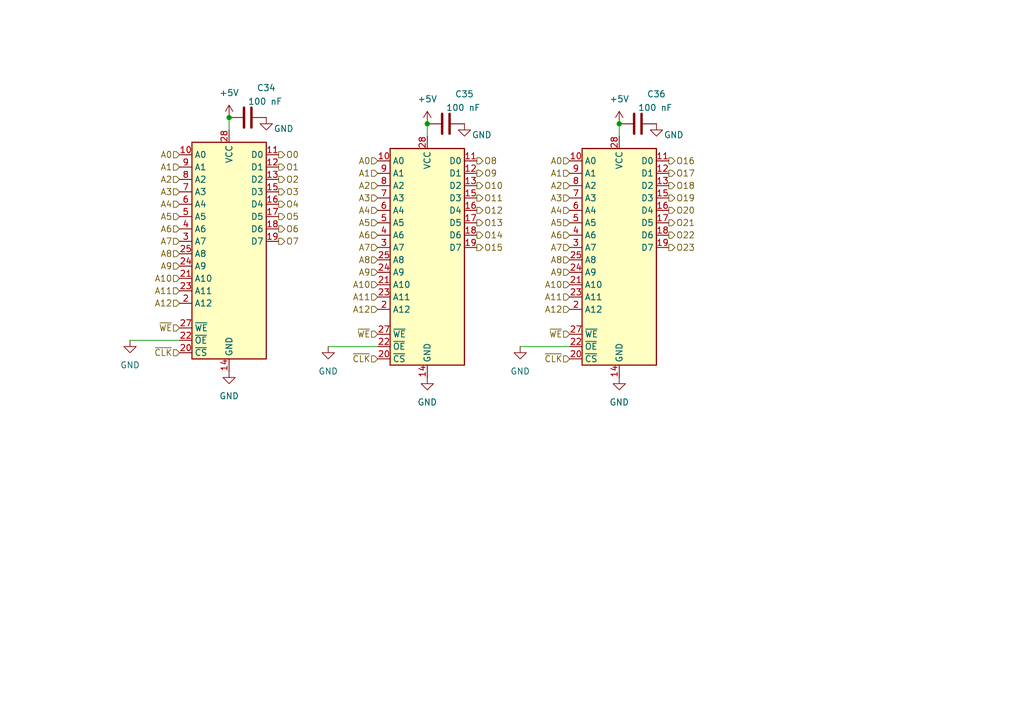
<source format=kicad_sch>
(kicad_sch (version 20250114) (generator "eeschema") (generator_version "9.0")
  (paper "A5")
  (title_block (title "13x24 bit rom") (date "2025-09-16") (rev "1") (company "Sergio Miguéns Iglesias"))
  (lib_symbols
    (symbol "Device:C" (pin_numbers (hide yes)) (pin_names (offset 0.254))
      (property "Reference" "C" (at 0.635 2.54 0))
      (property "Value" "C" (at 0.635 -2.54 0))
      (symbol "C_0_1"
        (polyline (pts (xy -2.032 0.762) (xy 2.032 0.762)) (stroke (width 0.508)))
        (polyline (pts (xy -2.032 -0.762) (xy 2.032 -0.762)) (stroke (width 0.508)))
      )
      (symbol "C_1_1"
        (pin passive line (at 0 3.81 270) (length 2.794) (name "~") (number "1"))
        (pin passive line (at 0 -3.81 90) (length 2.794) (name "~") (number "2"))
      )
    )
    (symbol "custom:28C64"
      (symbol "28C64_1_1"
        (rectangle (start -7.62 21.59) (end 7.62 -22.86) (stroke (width 0.254)) (fill (type background)))
        (pin input line (at -10.16 19.05 0) (length 2.54) (name "A0") (number "10"))
        (pin input line (at -10.16 16.51 0) (length 2.54) (name "A1") (number "9"))
        (pin input line (at -10.16 13.97 0) (length 2.54) (name "A2") (number "8"))
        (pin input line (at -10.16 11.43 0) (length 2.54) (name "A3") (number "7"))
        (pin input line (at -10.16 8.89 0) (length 2.54) (name "A4") (number "6"))
        (pin input line (at -10.16 6.35 0) (length 2.54) (name "A5") (number "5"))
        (pin input line (at -10.16 3.81 0) (length 2.54) (name "A6") (number "4"))
        (pin input line (at -10.16 1.27 0) (length 2.54) (name "A7") (number "3"))
        (pin input line (at -10.16 -1.27 0) (length 2.54) (name "A8") (number "25"))
        (pin input line (at -10.16 -3.81 0) (length 2.54) (name "A9") (number "24"))
        (pin input line (at -10.16 -6.35 0) (length 2.54) (name "A10") (number "21"))
        (pin input line (at -10.16 -8.89 0) (length 2.54) (name "A11") (number "23"))
        (pin input line (at -10.16 -11.43 0) (length 2.54) (name "A12") (number "2"))
        (pin input line (at -10.16 -16.51 0) (length 2.54) (name "~{WE}") (number "27"))
        (pin input line (at -10.16 -19.05 0) (length 2.54) (name "~{OE}") (number "22"))
        (pin input line (at -10.16 -21.59 0) (length 2.54) (name "~{CS}") (number "20"))
        (pin power_in line (at 0 24.13 270) (length 2.54) (name "VCC") (number "28"))
        (pin power_in line (at 0 -25.4 90) (length 2.54) (name "GND") (number "14"))
        (pin tri_state line (at 10.16 19.05 180) (length 2.54) (name "D0") (number "11"))
        (pin tri_state line (at 10.16 16.51 180) (length 2.54) (name "D1") (number "12"))
        (pin tri_state line (at 10.16 13.97 180) (length 2.54) (name "D2") (number "13"))
        (pin tri_state line (at 10.16 11.43 180) (length 2.54) (name "D3") (number "15"))
        (pin tri_state line (at 10.16 8.89 180) (length 2.54) (name "D4") (number "16"))
        (pin tri_state line (at 10.16 6.35 180) (length 2.54) (name "D5") (number "17"))
        (pin tri_state line (at 10.16 3.81 180) (length 2.54) (name "D6") (number "18"))
        (pin tri_state line (at 10.16 1.27 180) (length 2.54) (name "D7") (number "19"))
      )
    )
    (symbol "power:+5V" (power) (pin_numbers (hide yes)) (pin_names (offset 0) (hide yes))
      (property "Value" "+5V" (at 0 3.556 0))
      (symbol "+5V_0_1"
        (polyline (pts (xy -0.762 1.27) (xy 0 2.54)))
        (polyline (pts (xy 0 2.54) (xy 0.762 1.27)))
        (polyline (pts (xy 0 0) (xy 0 2.54)))
      )
      (symbol "+5V_1_1"
        (pin power_in line (at 0 0 90) (length 0) (name "~") (number "1"))
      )
    )
    (symbol "power:GND" (power) (pin_numbers (hide yes)) (pin_names (offset 0) (hide yes))
      (property "Value" "GND" (at 0 -3.81 0))
      (symbol "GND_0_1"
        (polyline (pts (xy 0 0) (xy 0 -1.27) (xy 1.27 -1.27) (xy 0 -2.54) (xy -1.27 -1.27) (xy 0 -1.27)))
      )
      (symbol "GND_1_1"
        (pin power_in line (at 0 0 270) (length 0) (name "~") (number "1"))
      )
    )
  )
  (junction (at 87.63 25.4))
  (junction (at 46.99 24.13))
  (junction (at 127 25.4))
  (wire (pts (xy 26.67 69.85) (xy 36.83 69.85)))
  (wire (pts (xy 67.31 71.12) (xy 77.47 71.12)))
  (wire (pts (xy 127 25.4) (xy 127 27.94)))
  (wire (pts (xy 87.63 25.4) (xy 87.63 27.94)))
  (wire (pts (xy 46.99 24.13) (xy 46.99 26.67)))
  (wire (pts (xy 106.68 71.12) (xy 116.84 71.12)))
  (hierarchical_label "A7" (shape input) (at 36.83 49.53 180))
  (hierarchical_label "O16" (shape output) (at 137.16 33.02 0))
  (hierarchical_label "A7" (shape input) (at 116.84 50.8 180))
  (hierarchical_label "~{WE}" (shape input) (at 36.83 67.31 180))
  (hierarchical_label "A5" (shape input) (at 77.47 45.72 180))
  (hierarchical_label "A1" (shape input) (at 36.83 34.29 180))
  (hierarchical_label "A1" (shape input) (at 77.47 35.56 180))
  (hierarchical_label "~{CLK}" (shape input) (at 77.47 73.66 180))
  (hierarchical_label "O6" (shape output) (at 57.15 46.99 0))
  (hierarchical_label "A5" (shape input) (at 36.83 44.45 180))
  (hierarchical_label "A12" (shape input) (at 36.83 62.23 180))
  (hierarchical_label "O19" (shape output) (at 137.16 40.64 0))
  (hierarchical_label "O13" (shape output) (at 97.79 45.72 0))
  (hierarchical_label "O20" (shape output) (at 137.16 43.18 0))
  (hierarchical_label "O12" (shape output) (at 97.79 43.18 0))
  (hierarchical_label "A10" (shape input) (at 116.84 58.42 180))
  (hierarchical_label "A9" (shape input) (at 36.83 54.61 180))
  (hierarchical_label "O9" (shape output) (at 97.79 35.56 0))
  (hierarchical_label "A8" (shape input) (at 77.47 53.34 180))
  (hierarchical_label "O22" (shape output) (at 137.16 48.26 0))
  (hierarchical_label "O5" (shape output) (at 57.15 44.45 0))
  (hierarchical_label "A1" (shape input) (at 116.84 35.56 180))
  (hierarchical_label "A2" (shape input) (at 36.83 36.83 180))
  (hierarchical_label "A6" (shape input) (at 116.84 48.26 180))
  (hierarchical_label "A0" (shape input) (at 36.83 31.75 180))
  (hierarchical_label "A2" (shape input) (at 77.47 38.1 180))
  (hierarchical_label "~{CLK}" (shape input) (at 36.83 72.39 180))
  (hierarchical_label "A3" (shape input) (at 36.83 39.37 180))
  (hierarchical_label "A4" (shape input) (at 116.84 43.18 180))
  (hierarchical_label "A4" (shape input) (at 77.47 43.18 180))
  (hierarchical_label "O2" (shape output) (at 57.15 36.83 0))
  (hierarchical_label "O11" (shape output) (at 97.79 40.64 0))
  (hierarchical_label "A10" (shape input) (at 36.83 57.15 180))
  (hierarchical_label "A5" (shape input) (at 116.84 45.72 180))
  (hierarchical_label "A3" (shape input) (at 116.84 40.64 180))
  (hierarchical_label "O1" (shape output) (at 57.15 34.29 0))
  (hierarchical_label "~{CLK}" (shape input) (at 116.84 73.66 180))
  (hierarchical_label "O21" (shape output) (at 137.16 45.72 0))
  (hierarchical_label "O15" (shape output) (at 97.79 50.8 0))
  (hierarchical_label "A9" (shape input) (at 116.84 55.88 180))
  (hierarchical_label "A4" (shape input) (at 36.83 41.91 180))
  (hierarchical_label "O23" (shape output) (at 137.16 50.8 0))
  (hierarchical_label "O10" (shape output) (at 97.79 38.1 0))
  (hierarchical_label "A11" (shape input) (at 77.47 60.96 180))
  (hierarchical_label "A8" (shape input) (at 116.84 53.34 180))
  (hierarchical_label "A10" (shape input) (at 77.47 58.42 180))
  (hierarchical_label "A9" (shape input) (at 77.47 55.88 180))
  (hierarchical_label "A11" (shape input) (at 36.83 59.69 180))
  (hierarchical_label "O8" (shape output) (at 97.79 33.02 0))
  (hierarchical_label "O7" (shape output) (at 57.15 49.53 0))
  (hierarchical_label "O14" (shape output) (at 97.79 48.26 0))
  (hierarchical_label "A0" (shape input) (at 116.84 33.02 180))
  (hierarchical_label "A6" (shape input) (at 77.47 48.26 180))
  (hierarchical_label "A6" (shape input) (at 36.83 46.99 180))
  (hierarchical_label "A0" (shape input) (at 77.47 33.02 180))
  (hierarchical_label "O0" (shape output) (at 57.15 31.75 0))
  (hierarchical_label "~{WE}" (shape input) (at 116.84 68.58 180))
  (hierarchical_label "A3" (shape input) (at 77.47 40.64 180))
  (hierarchical_label "O4" (shape output) (at 57.15 41.91 0))
  (hierarchical_label "A12" (shape input) (at 77.47 63.5 180))
  (hierarchical_label "A8" (shape input) (at 36.83 52.07 180))
  (hierarchical_label "A11" (shape input) (at 116.84 60.96 180))
  (hierarchical_label "~{WE}" (shape input) (at 77.47 68.58 180))
  (hierarchical_label "O3" (shape output) (at 57.15 39.37 0))
  (hierarchical_label "A2" (shape input) (at 116.84 38.1 180))
  (hierarchical_label "O17" (shape output) (at 137.16 35.56 0))
  (hierarchical_label "A12" (shape input) (at 116.84 63.5 180))
  (hierarchical_label "A7" (shape input) (at 77.47 50.8 180))
  (hierarchical_label "O18" (shape output) (at 137.16 38.1 0))
  (symbol (lib_id "power:GND") (at 95.25 25.4 0) (unit 1)
    (property "Reference" "#PWR0173" (effects (hide yes)))
    (property "Value" "GND" (at 98.806 27.686 0))
    (property "Description" "Power symbol creates a global label with name \"GND\" , ground" (effects (hide yes)))
  )
  (symbol (lib_id "power:GND") (at 87.63 77.47 0) (unit 1)
    (property "Reference" "#PWR012" (effects (hide yes)))
    (property "Value" "GND" (at 87.63 82.55 0))
    (property "Description" "Power symbol creates a global label with name \"GND\" , ground" (effects (hide yes)))
  )
  (symbol (lib_id "power:GND") (at 46.99 76.2 0) (unit 1)
    (property "Reference" "#PWR09" (effects (hide yes)))
    (property "Value" "GND" (at 46.99 81.28 0))
    (property "Description" "Power symbol creates a global label with name \"GND\" , ground" (effects (hide yes)))
  )
  (symbol (lib_id "power:GND") (at 67.31 71.12 0) (unit 1)
    (property "Reference" "#PWR010" (effects (hide yes)))
    (property "Value" "GND" (at 67.31 76.2 0))
    (property "Description" "Power symbol creates a global label with name \"GND\" , ground" (effects (hide yes)))
  )
  (symbol (lib_id "power:GND") (at 106.68 71.12 0) (unit 1)
    (property "Reference" "#PWR013" (effects (hide yes)))
    (property "Value" "GND" (at 106.68 76.2 0))
    (property "Description" "Power symbol creates a global label with name \"GND\" , ground" (effects (hide yes)))
  )
  (symbol (lib_id "Device:C") (at 50.8 24.13 90) (unit 1)
    (property "Reference" "C34" (at 54.61 18.034 90))
    (property "Value" "100 nF" (at 54.356 20.828 90))
    (property "Description" "Unpolarized capacitor" (effects (hide yes)))
  )
  (symbol (lib_id "power:+5V") (at 46.99 24.13 0) (unit 1)
    (property "Reference" "#PWR08" (effects (hide yes)))
    (property "Value" "+5V" (at 46.99 19.05 0))
    (property "Description" "Power symbol creates a global label with name \"+5V\"" (effects (hide yes)))
  )
  (symbol (lib_id "power:+5V") (at 87.63 25.4 0) (unit 1)
    (property "Reference" "#PWR011" (effects (hide yes)))
    (property "Value" "+5V" (at 87.63 20.32 0))
    (property "Description" "Power symbol creates a global label with name \"+5V\"" (effects (hide yes)))
  )
  (symbol (lib_id "power:GND") (at 26.67 69.85 0) (unit 1)
    (property "Reference" "#PWR07" (effects (hide yes)))
    (property "Value" "GND" (at 26.67 74.93 0))
    (property "Description" "Power symbol creates a global label with name \"GND\" , ground" (effects (hide yes)))
  )
  (symbol (lib_id "Device:C") (at 130.81 25.4 90) (unit 1)
    (property "Reference" "C36" (at 134.62 19.304 90))
    (property "Value" "100 nF" (at 134.366 22.098 90))
    (property "Description" "Unpolarized capacitor" (effects (hide yes)))
  )
  (symbol (lib_id "custom:28C64") (at 46.99 50.8 0) (unit 1)
    (property "Reference" "U2" (effects (hide yes)))
    (property "Value" "28C64" (effects (hide yes)))
    (property "Datasheet" "http://ww1.microchip.com/downloads/en/DeviceDoc/doc0006.pdf" (effects (hide yes)))
    (property "Description" "Paged Parallel EEPROM 256Kb (32K x 8), DIP-28/SOIC-28" (effects (hide yes)))
  )
  (symbol (lib_id "Device:C") (at 91.44 25.4 90) (unit 1)
    (property "Reference" "C35" (at 95.25 19.304 90))
    (property "Value" "100 nF" (at 94.996 22.098 90))
    (property "Description" "Unpolarized capacitor" (effects (hide yes)))
  )
  (symbol (lib_id "power:GND") (at 54.61 24.13 0) (unit 1)
    (property "Reference" "#PWR0172" (effects (hide yes)))
    (property "Value" "GND" (at 58.166 26.416 0))
    (property "Description" "Power symbol creates a global label with name \"GND\" , ground" (effects (hide yes)))
  )
  (symbol (lib_id "power:GND") (at 127 77.47 0) (unit 1)
    (property "Reference" "#PWR016" (effects (hide yes)))
    (property "Value" "GND" (at 127 82.55 0))
    (property "Description" "Power symbol creates a global label with name \"GND\" , ground" (effects (hide yes)))
  )
  (symbol (lib_id "power:GND") (at 134.62 25.4 0) (unit 1)
    (property "Reference" "#PWR0174" (effects (hide yes)))
    (property "Value" "GND" (at 138.176 27.686 0))
    (property "Description" "Power symbol creates a global label with name \"GND\" , ground" (effects (hide yes)))
  )
  (symbol (lib_id "custom:28C64") (at 127 52.07 0) (unit 1)
    (property "Reference" "U4" (effects (hide yes)))
    (property "Value" "28C64" (effects (hide yes)))
    (property "Datasheet" "http://ww1.microchip.com/downloads/en/DeviceDoc/doc0006.pdf" (effects (hide yes)))
    (property "Description" "Paged Parallel EEPROM 256Kb (32K x 8), DIP-28/SOIC-28" (effects (hide yes)))
  )
  (symbol (lib_id "custom:28C64") (at 87.63 52.07 0) (unit 1)
    (property "Reference" "U3" (effects (hide yes)))
    (property "Value" "28C64" (effects (hide yes)))
    (property "Datasheet" "http://ww1.microchip.com/downloads/en/DeviceDoc/doc0006.pdf" (effects (hide yes)))
    (property "Description" "Paged Parallel EEPROM 256Kb (32K x 8), DIP-28/SOIC-28" (effects (hide yes)))
  )
  (symbol (lib_id "power:+5V") (at 127 25.4 0) (unit 1)
    (property "Reference" "#PWR014" (effects (hide yes)))
    (property "Value" "+5V" (at 127 20.32 0))
    (property "Description" "Power symbol creates a global label with name \"+5V\"" (effects (hide yes)))
  )
)
</source>
